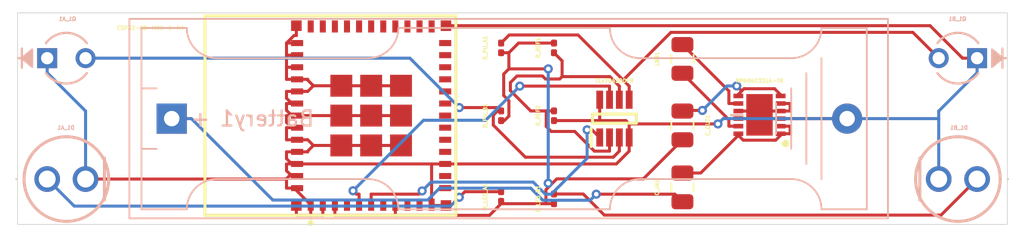
<source format=kicad_pcb>
(kicad_pcb (version 20240108) (generator "pcbnew") (generator_version "8.0")
  (layers (0 "F.Cu" signal) (31 "B.Cu" signal) (34 "B.Paste" user) (35 "F.Paste" user) (36 "B.SilkS" user "B.Silkscreen") (37 "F.SilkS" user "F.Silkscreen") (38 "B.Mask" user) (39 "F.Mask" user) (44 "Edge.Cuts" user))
  (net 0 "")
  (net 1 "Net-(Battery1-+)")
  (net 2 "Net-(Battery1--)")
  (net 3 "Net-(D1_A1-A)")
  (net 4 "Net-(D1_B1-A)")
  (net 5 "Net-(U1-AVIN)")
  (net 6 "Net-(U2-3V3)")
  (net 7 "Net-(U1-VFB)")
  (net 8 "Net-(U1-BULX)")
  (net 9 "Net-(U1-BOLX)")
  (net 10 "Net-(U3-INA+)")
  (net 11 "Net-(U3-INB+)")
  (net 12 "Net-(U3-INA-)")
  (net 32 "Net-(U2-IO3)")
  (net 34 "Net-(U2-IO2)")
  (footprint "Resistor_SMD:R_0201_0603Metric" (layer "F.Cu") (at 100.5 93.81 90)
    (property "Reference" "R_PU_B1" (at 0 -1.05 90) (layer "F.SilkS") (effects (font (size 0.25 0.25) (thickness 0.0625))))
    (property "Value" "10k ohm" (hide yes))
    (pad "1" smd roundrect (at -0.32 0 90) (size 0.46 0.4) (layers "F.Cu" "F.Mask") (net 6 "Net-(U2-3V3)"))
    (pad "2" smd roundrect (at 0.32 0 90) (size 0.46 0.4) (layers "F.Cu" "F.Mask") (net 10 "Net-(U3-INA+)"))
  )
  (footprint "Resistor_SMD:R_0201_0603Metric" (layer "F.Cu") (at 100.5 89.32 90)
    (property "Reference" "R_PU_A1" (at 0 -1.05 90) (layer "F.SilkS") (effects (font (size 0.25 0.25) (thickness 0.0625))))
    (property "Value" "10k ohm" (hide yes))
    (pad "1" smd roundrect (at -0.32 0 90) (size 0.46 0.4) (layers "F.Cu" "F.Mask") (net 6 "Net-(U2-3V3)"))
    (pad "2" smd roundrect (at 0.32 0 90) (size 0.46 0.4) (layers "F.Cu" "F.Mask") (net 11 "Net-(U3-INB+)"))
  )
  (footprint "Capacitor_SMD:C_0805_2012Metric" (layer "F.Cu") (at 112.5 90.05 90)
    (property "Reference" "LBB1" (at 0 -1.68 90) (layer "F.SilkS") (effects (font (size 0.25 0.25) (thickness 0.0625))))
    (property "Value" "2.2 uH" (hide yes))
    (fp_line (start -0.261252 -0.735) (end 0.261252 -0.735) (stroke (width 0.12)) (layer "F.SilkS"))
    (fp_line (start -0.261252 0.735) (end 0.261252 0.735) (stroke (width 0.12)) (layer "F.SilkS"))
    (pad "1" smd roundrect (at -0.95 0 90) (size 1 1.45) (layers "F.Cu" "F.Paste" "F.Mask") (net 8 "Net-(U1-BULX)"))
    (pad "2" smd roundrect (at 0.95 0 90) (size 1 1.45) (layers "F.Cu" "F.Paste" "F.Mask") (net 9 "Net-(U1-BOLX)"))
  )
  (footprint "Resistor_SMD:R_0201_0603Metric" (layer "F.Cu") (at 104 93.81 90)
    (property "Reference" "R_REF2" (at 0 -1.05 90) (layer "F.SilkS") (effects (font (size 0.25 0.25) (thickness 0.0625))))
    (property "Value" "100k ohm" (hide yes))
    (pad "1" smd roundrect (at -0.32 0 90) (size 0.46 0.4) (layers "F.Cu" "F.Mask") (net 2 "Net-(Battery1--)"))
    (pad "2" smd roundrect (at 0.32 0 90) (size 0.46 0.4) (layers "F.Cu" "F.Mask") (net 12 "Net-(U3-INA-)"))
  )
  (footprint "ESP32-C3-MINI-1-N4:ESP32C3MINI1N4" (layer "F.Cu") (at 91.9 93.8 90)
    (property "Reference" "U2" (hide yes))
    (property "Value" "ESP32-C3-MINI-1-N4" (at 5.8 -14.6 180) (layer "F.SilkS") (effects (font (size 0.25 0.25) (thickness 0.0625))))
    (fp_line (start 6.6 -11) (end 6.6 -5.7) (stroke (width 0.2)) (layer "F.SilkS"))
    (fp_line (start -6.6 -11) (end 6.6 -11) (stroke (width 0.2)) (layer "F.SilkS"))
    (fp_line (start -6.6 -5.7) (end -6.6 -11) (stroke (width 0.2)) (layer "F.SilkS"))
    (fp_line (start -6.6 -5.7) (end -6.6 5.6) (stroke (width 0.2)) (layer "F.SilkS"))
    (fp_line (start -7 -4) (end -7 -4) (stroke (width 0.2)) (layer "F.SilkS"))
    (fp_line (start -7.2 -4) (end -7.2 -4) (stroke (width 0.2)) (layer "F.SilkS"))
    (fp_line (start 6.6 5.6) (end 6.6 -5.7) (stroke (width 0.2)) (layer "F.SilkS"))
    (fp_line (start -6.6 5.6) (end 6.6 5.6) (stroke (width 0.2)) (layer "F.SilkS"))
    (fp_arc (start -7 -4) (mid -7.1 -3.9) (end -7.2 -4) (stroke (width 0.2)) (layer "F.SilkS"))
    (fp_arc (start -7.2 -4) (mid -7.1 -4.1) (end -7 -4) (stroke (width 0.2)) (layer "F.SilkS"))
    (pad "1" smd rect (at -5.9 -4 180) (size 0.4 0.8) (layers "F.Cu" "F.Paste" "F.Mask") (net 2 "Net-(Battery1--)"))
    (pad "2" smd rect (at -5.9 -3.2 180) (size 0.4 0.8) (layers "F.Cu" "F.Paste" "F.Mask") (net 2 "Net-(Battery1--)"))
    (pad "3" smd rect (at -5.9 -2.4 180) (size 0.4 0.8) (layers "F.Cu" "F.Paste" "F.Mask") (net 6 "Net-(U2-3V3)"))
    (pad "4" smd rect (at -5.9 -1.6 180) (size 0.4 0.8) (layers "F.Cu" "F.Paste" "F.Mask"))
    (pad "5" smd rect (at -5.9 -0.8 180) (size 0.4 0.8) (layers "F.Cu" "F.Paste" "F.Mask") (net 34 "Net-(U2-IO2)"))
    (pad "6" smd rect (at -5.9 0 180) (size 0.4 0.8) (layers "F.Cu" "F.Paste" "F.Mask") (net 32 "Net-(U2-IO3)"))
    (pad "7" smd rect (at -5.9 0.8 180) (size 0.4 0.8) (layers "F.Cu" "F.Paste" "F.Mask"))
    (pad "8" smd rect (at -5.9 1.6 180) (size 0.4 0.8) (layers "F.Cu" "F.Paste" "F.Mask") (net 6 "Net-(U2-3V3)"))
    (pad "9" smd rect (at -5.9 2.4 180) (size 0.4 0.8) (layers "F.Cu" "F.Paste" "F.Mask"))
    (pad "10" smd rect (at -5.9 3.2 180) (size 0.4 0.8) (layers "F.Cu" "F.Paste" "F.Mask"))
    (pad "11" smd rect (at -5.9 4 180) (size 0.4 0.8) (layers "F.Cu" "F.Paste" "F.Mask") (net 2 "Net-(Battery1--)"))
    (pad "12" smd rect (at -4.8 4.9 90) (size 0.4 0.8) (layers "F.Cu" "F.Paste" "F.Mask"))
    (pad "13" smd rect (at -4 4.9 90) (size 0.4 0.8) (layers "F.Cu" "F.Paste" "F.Mask"))
    (pad "14" smd rect (at -3.2 4.9 90) (size 0.4 0.8) (layers "F.Cu" "F.Paste" "F.Mask") (net 2 "Net-(Battery1--)"))
    (pad "15" smd rect (at -2.4 4.9 90) (size 0.4 0.8) (layers "F.Cu" "F.Paste" "F.Mask"))
    (pad "16" smd rect (at -1.6 4.9 90) (size 0.4 0.8) (layers "F.Cu" "F.Paste" "F.Mask"))
    (pad "17" smd rect (at -0.8 4.9 90) (size 0.4 0.8) (layers "F.Cu" "F.Paste" "F.Mask"))
    (pad "18" smd rect (at 0 4.9 90) (size 0.4 0.8) (layers "F.Cu" "F.Paste" "F.Mask"))
    (pad "19" smd rect (at 0.8 4.9 90) (size 0.4 0.8) (layers "F.Cu" "F.Paste" "F.Mask"))
    (pad "20" smd rect (at 1.6 4.9 90) (size 0.4 0.8) (layers "F.Cu" "F.Paste" "F.Mask"))
    (pad "21" smd rect (at 2.4 4.9 90) (size 0.4 0.8) (layers "F.Cu" "F.Paste" "F.Mask"))
    (pad "22" smd rect (at 3.2 4.9 90) (size 0.4 0.8) (layers "F.Cu" "F.Paste" "F.Mask"))
    (pad "23" smd rect (at 4 4.9 90) (size 0.4 0.8) (layers "F.Cu" "F.Paste" "F.Mask"))
    (pad "24" smd rect (at 4.8 4.9 90) (size 0.4 0.8) (layers "F.Cu" "F.Paste" "F.Mask"))
    (pad "25" smd rect (at 5.9 4 180) (size 0.4 0.8) (layers "F.Cu" "F.Paste" "F.Mask"))
    (pad "26" smd rect (at 5.9 3.2 180) (size 0.4 0.8) (layers "F.Cu" "F.Paste" "F.Mask"))
    (pad "27" smd rect (at 5.9 2.4 180) (size 0.4 0.8) (layers "F.Cu" "F.Paste" "F.Mask"))
    (pad "28" smd rect (at 5.9 1.6 180) (size 0.4 0.8) (layers "F.Cu" "F.Paste" "F.Mask"))
    (pad "29" smd rect (at 5.9 0.8 180) (size 0.4 0.8) (layers "F.Cu" "F.Paste" "F.Mask"))
    (pad "30" smd rect (at 5.9 0 180) (size 0.4 0.8) (layers "F.Cu" "F.Paste" "F.Mask"))
    (pad "31" smd rect (at 5.9 -0.8 180) (size 0.4 0.8) (layers "F.Cu" "F.Paste" "F.Mask"))
    (pad "32" smd rect (at 5.9 -1.6 180) (size 0.4 0.8) (layers "F.Cu" "F.Paste" "F.Mask"))
    (pad "33" smd rect (at 5.9 -2.4 180) (size 0.4 0.8) (layers "F.Cu" "F.Paste" "F.Mask"))
    (pad "34" smd rect (at 5.9 -3.2 180) (size 0.4 0.8) (layers "F.Cu" "F.Paste" "F.Mask"))
    (pad "35" smd rect (at 5.9 -4 180) (size 0.4 0.8) (layers "F.Cu" "F.Paste" "F.Mask"))
    (pad "36" smd rect (at 4.8 -4.9 90) (size 0.4 0.8) (layers "F.Cu" "F.Paste" "F.Mask") (net 2 "Net-(Battery1--)"))
    (pad "37" smd rect (at 4 -4.9 90) (size 0.4 0.8) (layers "F.Cu" "F.Paste" "F.Mask") (net 2 "Net-(Battery1--)"))
    (pad "38" smd rect (at 3.2 -4.9 90) (size 0.4 0.8) (layers "F.Cu" "F.Paste" "F.Mask") (net 2 "Net-(Battery1--)"))
    (pad "39" smd rect (at 2.4 -4.9 90) (size 0.4 0.8) (layers "F.Cu" "F.Paste" "F.Mask") (net 2 "Net-(Battery1--)"))
    (pad "40" smd rect (at 1.6 -4.9 90) (size 0.4 0.8) (layers "F.Cu" "F.Paste" "F.Mask") (net 2 "Net-(Battery1--)"))
    (pad "41" smd rect (at 0.8 -4.9 90) (size 0.4 0.8) (layers "F.Cu" "F.Paste" "F.Mask") (net 2 "Net-(Battery1--)"))
    (pad "42" smd rect (at 0 -4.9 90) (size 0.4 0.8) (layers "F.Cu" "F.Paste" "F.Mask") (net 2 "Net-(Battery1--)"))
    (pad "43" smd rect (at -0.8 -4.9 90) (size 0.4 0.8) (layers "F.Cu" "F.Paste" "F.Mask") (net 2 "Net-(Battery1--)"))
    (pad "44" smd rect (at -1.6 -4.9 90) (size 0.4 0.8) (layers "F.Cu" "F.Paste" "F.Mask") (net 2 "Net-(Battery1--)"))
    (pad "45" smd rect (at -2.4 -4.9 90) (size 0.4 0.8) (layers "F.Cu" "F.Paste" "F.Mask") (net 2 "Net-(Battery1--)"))
    (pad "46" smd rect (at -3.2 -4.9 90) (size 0.4 0.8) (layers "F.Cu" "F.Paste" "F.Mask") (net 2 "Net-(Battery1--)"))
    (pad "47" smd rect (at -4 -4.9 90) (size 0.4 0.8) (layers "F.Cu" "F.Paste" "F.Mask") (net 2 "Net-(Battery1--)"))
    (pad "48" smd rect (at -4.8 -4.9 90) (size 0.4 0.8) (layers "F.Cu" "F.Paste" "F.Mask") (net 2 "Net-(Battery1--)"))
    (pad "49" smd rect (at 0 0 90) (size 1.45 1.45) (layers "F.Cu" "F.Paste" "F.Mask") (net 2 "Net-(Battery1--)"))
    (pad "50" smd rect (at 1.975 -1.975 90) (size 1.45 1.45) (layers "F.Cu" "F.Paste" "F.Mask") (net 2 "Net-(Battery1--)"))
    (pad "51" smd rect (at 0 -1.975 90) (size 1.45 1.45) (layers "F.Cu" "F.Paste" "F.Mask") (net 2 "Net-(Battery1--)"))
    (pad "52" smd rect (at -1.975 -1.975 90) (size 1.45 1.45) (layers "F.Cu" "F.Paste" "F.Mask") (net 2 "Net-(Battery1--)"))
    (pad "53" smd rect (at -1.975 0 90) (size 1.45 1.45) (layers "F.Cu" "F.Paste" "F.Mask") (net 2 "Net-(Battery1--)"))
    (pad "54" smd rect (at -1.975 1.975 90) (size 1.45 1.45) (layers "F.Cu" "F.Paste" "F.Mask") (net 2 "Net-(Battery1--)"))
    (pad "55" smd rect (at 0 1.975 90) (size 1.45 1.45) (layers "F.Cu" "F.Paste" "F.Mask") (net 2 "Net-(Battery1--)"))
    (pad "56" smd rect (at 1.975 1.975 90) (size 1.45 1.45) (layers "F.Cu" "F.Paste" "F.Mask") (net 2 "Net-(Battery1--)"))
    (pad "57" smd rect (at 1.975 0 90) (size 1.45 1.45) (layers "F.Cu" "F.Paste" "F.Mask") (net 2 "Net-(Battery1--)"))
    (pad "58" smd rect (at -5.95 -4.95 90) (size 0.7 0.7) (layers "F.Cu" "F.Paste" "F.Mask") (net 2 "Net-(Battery1--)"))
    (pad "59" smd rect (at -5.95 4.95 90) (size 0.7 0.7) (layers "F.Cu" "F.Paste" "F.Mask") (net 2 "Net-(Battery1--)"))
    (pad "60" smd rect (at 5.95 4.95 90) (size 0.7 0.7) (layers "F.Cu" "F.Paste" "F.Mask") (net 2 "Net-(Battery1--)"))
    (pad "61" smd rect (at 5.95 -4.95 90) (size 0.7 0.7) (layers "F.Cu" "F.Paste" "F.Mask") (net 2 "Net-(Battery1--)"))
  )
  (footprint "RP604K331A-TR:SON50P270X300X60-13N" (layer "F.Cu") (at 117.6 93.75 180)
    (property "Reference" "U1" (hide yes))
    (property "Value" "RP604K331A-TR" (at 0 2.25 0) (layer "F.SilkS") (effects (font (size 0.25 0.25) (thickness 0.0625))))
    (fp_circle (center -1.725 -1.9) (end -1.725 -1.775) (stroke (width 0.25)) (fill none) (layer "F.SilkS"))
    (pad "1" smd rect (at -1.4 -1.25 270) (size 0.3 0.65) (layers "F.Cu" "F.Paste" "F.Mask") (net 5 "Net-(U1-AVIN)"))
    (pad "2" smd rect (at -1.4 -0.75 270) (size 0.3 0.65) (layers "F.Cu" "F.Paste" "F.Mask") (net 5 "Net-(U1-AVIN)"))
    (pad "3" smd rect (at -1.4 -0.25 270) (size 0.3 0.65) (layers "F.Cu" "F.Paste" "F.Mask") (net 2 "Net-(Battery1--)"))
    (pad "4" smd rect (at -1.4 0.25 270) (size 0.3 0.65) (layers "F.Cu" "F.Paste" "F.Mask") (net 2 "Net-(Battery1--)"))
    (pad "5" smd rect (at -1.4 0.75 270) (size 0.3 0.65) (layers "F.Cu" "F.Paste" "F.Mask") (net 2 "Net-(Battery1--)"))
    (pad "6" smd rect (at -1.4 1.25 270) (size 0.3 0.65) (layers "F.Cu" "F.Paste" "F.Mask") (net 7 "Net-(U1-VFB)"))
    (pad "7" smd rect (at 1.4 1.25 270) (size 0.3 0.65) (layers "F.Cu" "F.Paste" "F.Mask") (net 7 "Net-(U1-VFB)"))
    (pad "8" smd rect (at 1.4 0.75 270) (size 0.3 0.65) (layers "F.Cu" "F.Paste" "F.Mask") (net 9 "Net-(U1-BOLX)"))
    (pad "9" smd rect (at 1.4 0.25 270) (size 0.3 0.65) (layers "F.Cu" "F.Paste" "F.Mask") (net 2 "Net-(Battery1--)"))
    (pad "10" smd rect (at 1.4 -0.25 270) (size 0.3 0.65) (layers "F.Cu" "F.Paste" "F.Mask") (net 2 "Net-(Battery1--)"))
    (pad "11" smd rect (at 1.4 -0.75 270) (size 0.3 0.65) (layers "F.Cu" "F.Paste" "F.Mask") (net 8 "Net-(U1-BULX)"))
    (pad "12" smd rect (at 1.4 -1.25 270) (size 0.3 0.65) (layers "F.Cu" "F.Paste" "F.Mask") (net 5 "Net-(U1-AVIN)"))
    (pad "13" smd rect (at 0 0 180) (size 1.75 2.75) (layers "F.Cu" "F.Paste" "F.Mask") (net 2 "Net-(Battery1--)"))
  )
  (footprint "Resistor_SMD:R_0201_0603Metric" (layer "F.Cu") (at 104 89.32 90)
    (property "Reference" "R_REF1" (at 0 -1.05 90) (layer "F.SilkS") (effects (font (size 0.25 0.25) (thickness 0.0625))))
    (property "Value" "100k ohm" (hide yes))
    (pad "1" smd roundrect (at -0.32 0 90) (size 0.46 0.4) (layers "F.Cu" "F.Mask") (net 12 "Net-(U3-INA-)"))
    (pad "2" smd roundrect (at 0.32 0 90) (size 0.46 0.4) (layers "F.Cu" "F.Mask") (net 6 "Net-(U2-3V3)"))
  )
  (footprint "Capacitor_SMD:C_0805_2012Metric" (layer "F.Cu") (at 112.5 94.45 -90)
    (property "Reference" "C_OUT1" (at 0 -1.68 90) (layer "F.SilkS") (effects (font (size 0.25 0.25) (thickness 0.0625))))
    (property "Value" "10 uF" (hide yes))
    (fp_line (start -0.261252 0.735) (end 0.261252 0.735) (stroke (width 0.12)) (layer "F.SilkS"))
    (fp_line (start -0.261252 -0.735) (end 0.261252 -0.735) (stroke (width 0.12)) (layer "F.SilkS"))
    (pad "1" smd roundrect (at -0.95 0 270) (size 1 1.45) (layers "F.Cu" "F.Paste" "F.Mask") (net 7 "Net-(U1-VFB)"))
    (pad "2" smd roundrect (at 0.95 0 270) (size 1 1.45) (layers "F.Cu" "F.Paste" "F.Mask") (net 6 "Net-(U2-3V3)"))
  )
  (footprint "TLV7042DDFR:SOT65P280X110-8N" (layer "F.Cu") (at 108 94 90)
    (property "Reference" "U3" (hide yes))
    (property "Value" "TLV7042DDFR" (at 2.5 0 180) (layer "F.SilkS") (effects (font (size 0.25 0.25) (thickness 0.0625))))
    (fp_line (start -1.85 -1.55) (end -0.65 -1.55) (stroke (width 0.2)) (layer "F.SilkS"))
    (fp_line (start 0.3 -1.45) (end 0.3 1.45) (stroke (width 0.2)) (layer "F.SilkS"))
    (fp_line (start -0.3 -1.45) (end 0.3 -1.45) (stroke (width 0.2)) (layer "F.SilkS"))
    (fp_line (start 0.3 1.45) (end -0.3 1.45) (stroke (width 0.2)) (layer "F.SilkS"))
    (fp_line (start -0.3 1.45) (end -0.3 -1.45) (stroke (width 0.2)) (layer "F.SilkS"))
    (pad "1" smd rect (at -1.25 -0.975 180) (size 0.45 1.2) (layers "F.Cu" "F.Paste" "F.Mask") (net 32 "Net-(U2-IO3)"))
    (pad "2" smd rect (at -1.25 -0.325 180) (size 0.45 1.2) (layers "F.Cu" "F.Paste" "F.Mask") (net 12 "Net-(U3-INA-)"))
    (pad "3" smd rect (at -1.25 0.325 180) (size 0.45 1.2) (layers "F.Cu" "F.Paste" "F.Mask") (net 10 "Net-(U3-INA+)"))
    (pad "4" smd rect (at -1.25 0.975 180) (size 0.45 1.2) (layers "F.Cu" "F.Paste" "F.Mask") (net 2 "Net-(Battery1--)"))
    (pad "5" smd rect (at 1.25 0.975 180) (size 0.45 1.2) (layers "F.Cu" "F.Paste" "F.Mask") (net 11 "Net-(U3-INB+)"))
    (pad "6" smd rect (at 1.25 0.325 180) (size 0.45 1.2) (layers "F.Cu" "F.Paste" "F.Mask") (net 12 "Net-(U3-INA-)"))
    (pad "7" smd rect (at 1.25 -0.325 180) (size 0.45 1.2) (layers "F.Cu" "F.Paste" "F.Mask") (net 34 "Net-(U2-IO2)"))
    (pad "8" smd rect (at 1.25 -0.975 180) (size 0.45 1.2) (layers "F.Cu" "F.Paste" "F.Mask") (net 2 "Net-(Battery1--)"))
  )
  (footprint "Resistor_SMD:R_0201_0603Metric" (layer "F.Cu") (at 104 99.31 90)
    (property "Reference" "R_LED_B1" (at 0 -1.05 90) (layer "F.SilkS") (effects (font (size 0.25 0.25) (thickness 0.0625))))
    (property "Value" "330 ohm" (hide yes))
    (pad "1" smd roundrect (at -0.32 0 90) (size 0.46 0.4) (layers "F.Cu" "F.Mask") (net 6 "Net-(U2-3V3)"))
    (pad "2" smd roundrect (at 0.32 0 90) (size 0.46 0.4) (layers "F.Cu" "F.Mask") (net 4 "Net-(D1_B1-A)"))
  )
  (footprint "Capacitor_SMD:C_0805_2012Metric" (layer "F.Cu") (at 112.5 98.55 90)
    (property "Reference" "C_IN1" (at 0 -1.68 90) (layer "F.SilkS") (effects (font (size 0.25 0.25) (thickness 0.0625))))
    (property "Value" "10 uF" (hide yes))
    (fp_line (start -0.261252 -0.735) (end 0.261252 -0.735) (stroke (width 0.12)) (layer "F.SilkS"))
    (fp_line (start -0.261252 0.735) (end 0.261252 0.735) (stroke (width 0.12)) (layer "F.SilkS"))
    (pad "1" smd roundrect (at -0.95 0 90) (size 1 1.45) (layers "F.Cu" "F.Paste" "F.Mask") (net 1 "Net-(Battery1-+)"))
    (pad "2" smd roundrect (at 0.95 0 90) (size 1 1.45) (layers "F.Cu" "F.Paste" "F.Mask") (net 5 "Net-(U1-AVIN)"))
  )
  (footprint "Resistor_SMD:R_0201_0603Metric" (layer "F.Cu") (at 100.5 99.155 90)
    (property "Reference" "R_LED_A1" (at 0 -1.05 90) (layer "F.SilkS") (effects (font (size 0.25 0.25) (thickness 0.0625))))
    (property "Value" "330 ohm" (hide yes))
    (pad "1" smd roundrect (at -0.32 0 90) (size 0.46 0.4) (layers "F.Cu" "F.Mask") (net 6 "Net-(U2-3V3)"))
    (pad "2" smd roundrect (at 0.32 0 90) (size 0.46 0.4) (layers "F.Cu" "F.Mask") (net 3 "Net-(D1_A1-A)"))
  )
  (footprint "TEPT4400:LED_TEPT4400_VIS" (layer "B.Cu") (at 70.46 90)
    (property "Reference" "Q1_A1" (at 1.34 -2.6 0) (layer "B.SilkS") (effects (font (size 0.25 0.25) (thickness 0.0625)) (justify mirror)))
    (property "Value" "TEPT4400" (hide yes))
    (fp_line (start -1.9304 0) (end -0.99314 0) (stroke (width 0.1524)) (layer "B.SilkS"))
    (fp_line (start -1.6764 -0.635) (end -1.6764 0.635) (stroke (width 0.1524)) (layer "B.SilkS"))
    (fp_line (start -0.99314 -0.569383) (end -1.6764 0) (stroke (width 0.1524)) (layer "B.SilkS"))
    (fp_line (start -0.99314 -0.455507) (end -1.6764 0) (stroke (width 0.1524)) (layer "B.SilkS"))
    (fp_line (start -0.99314 -0.34163) (end -1.6764 0) (stroke (width 0.1524)) (layer "B.SilkS"))
    (fp_line (start -0.99314 -0.227753) (end -1.6764 0) (stroke (width 0.1524)) (layer "B.SilkS"))
    (fp_line (start -0.99314 -0.113877) (end -1.6764 0) (stroke (width 0.1524)) (layer "B.SilkS"))
    (fp_line (start -0.99314 0.113877) (end -1.6764 0) (stroke (width 0.1524)) (layer "B.SilkS"))
    (fp_line (start -0.99314 0.227753) (end -1.6764 0) (stroke (width 0.1524)) (layer "B.SilkS"))
    (fp_line (start -0.99314 0.34163) (end -1.6764 0) (stroke (width 0.1524)) (layer "B.SilkS"))
    (fp_line (start -0.99314 0.455507) (end -1.6764 0) (stroke (width 0.1524)) (layer "B.SilkS"))
    (fp_line (start -0.99314 0.569383) (end -1.6764 0) (stroke (width 0.1524)) (layer "B.SilkS"))
    (fp_arc (start -0.080552 -0.993139) (mid 1.272159 -1.676398) (end 2.623106 -0.989657) (stroke (width 0.1524)) (layer "B.SilkS"))
    (fp_arc (start 2.623106 0.989657) (mid 1.27216 1.676399) (end -0.080552 0.99314) (stroke (width 0.1524)) (layer "B.SilkS"))
    (pad "1" thru_hole rect (at 0 0) (size 1.3208 1.3208) (drill 0.8128) (layers "*.Cu" "*.Mask") (net 2 "Net-(Battery1--)"))
    (pad "2" thru_hole circle (at 2.54 0) (size 1.3208 1.3208) (drill 0.8128) (layers "*.Cu" "*.Mask") (net 10 "Net-(U3-INA+)"))
  )
  (footprint "Battery:BatteryHolder_Keystone_2466_1xAAA" (layer "B.Cu") (at 78.7 94)
    (property "Reference" "Battery1" (at 6.3 0 0) (layer "B.SilkS") (effects (justify mirror)))
    (property "Value" "3.7 V nominal, 350 mAh" (hide yes))
    (fp_line (start -2.8 -6.6) (end -2.8 6.6) (stroke (width 0.12)) (layer "B.SilkS"))
    (fp_line (start -2.8 6.6) (end 47.4 6.6) (stroke (width 0.12)) (layer "B.SilkS"))
    (fp_line (start -2 -6) (end -2 6) (stroke (width 0.12)) (layer "B.SilkS"))
    (fp_line (start -2 -2) (end -1 -2) (stroke (width 0.12)) (layer "B.SilkS"))
    (fp_line (start -1 2) (end -2 2) (stroke (width 0.12)) (layer "B.SilkS"))
    (fp_line (start 1 -6) (end -2 -6) (stroke (width 0.12)) (layer "B.SilkS"))
    (fp_line (start 1 6) (end -2 6) (stroke (width 0.12)) (layer "B.SilkS"))
    (fp_line (start 13 -4) (end 3 -4) (stroke (width 0.12)) (layer "B.SilkS"))
    (fp_line (start 13 4) (end 3 4) (stroke (width 0.12)) (layer "B.SilkS"))
    (fp_line (start 15 6) (end 29 6) (stroke (width 0.12)) (layer "B.SilkS"))
    (fp_line (start 29 -6) (end 15 -6) (stroke (width 0.12)) (layer "B.SilkS"))
    (fp_line (start 31 -4) (end 41 -4) (stroke (width 0.12)) (layer "B.SilkS"))
    (fp_line (start 31 4) (end 41 4) (stroke (width 0.12)) (layer "B.SilkS"))
    (fp_line (start 40 -1) (end 40 1) (stroke (width 0.12)) (layer "B.SilkS"))
    (fp_line (start 41 -2) (end 41 2) (stroke (width 0.12)) (layer "B.SilkS"))
    (fp_line (start 42 3) (end 42 -3) (stroke (width 0.12)) (layer "B.SilkS"))
    (fp_line (start 43 -6) (end 46 -6) (stroke (width 0.12)) (layer "B.SilkS"))
    (fp_line (start 43 -4) (end 43 4) (stroke (width 0.12)) (layer "B.SilkS"))
    (fp_line (start 43 6) (end 46 6) (stroke (width 0.12)) (layer "B.SilkS"))
    (fp_line (start 46 -6) (end 46 6) (stroke (width 0.12)) (layer "B.SilkS"))
    (fp_line (start 47.4 -6.6) (end -2.8 -6.6) (stroke (width 0.12)) (layer "B.SilkS"))
    (fp_line (start 47.4 6.6) (end 47.4 -6.6) (stroke (width 0.12)) (layer "B.SilkS"))
    (fp_arc (start 1 6) (mid 1.585786 4.585786) (end 3 4) (stroke (width 0.12)) (layer "B.SilkS"))
    (fp_arc (start 3 -4) (mid 1.585786 -4.585786) (end 1 -6) (stroke (width 0.12)) (layer "B.SilkS"))
    (fp_arc (start 13 4) (mid 14.414214 4.585786) (end 15 6) (stroke (width 0.12)) (layer "B.SilkS"))
    (fp_arc (start 15 -6) (mid 14.414214 -4.585786) (end 13 -4) (stroke (width 0.12)) (layer "B.SilkS"))
    (fp_arc (start 29 6) (mid 29.585786 4.585786) (end 31 4) (stroke (width 0.12)) (layer "B.SilkS"))
    (fp_arc (start 31 -4) (mid 29.585786 -4.585786) (end 29 -6) (stroke (width 0.12)) (layer "B.SilkS"))
    (fp_arc (start 41 4) (mid 42.414214 4.585786) (end 43 6) (stroke (width 0.12)) (layer "B.SilkS"))
    (fp_arc (start 43 -6) (mid 42.414214 -4.585786) (end 41 -4) (stroke (width 0.12)) (layer "B.SilkS"))
    (fp_text user "+" (at 1.9 0 0) (layer "B.SilkS") (effects (justify mirror)))
    (fp_text user "-" (at 37.4 -0.3 0) (layer "B.SilkS") (effects (justify mirror)))
    (pad "1" thru_hole rect (at 0 0) (size 2 2) (drill 1.02) (layers "*.Cu" "*.Mask") (net 1 "Net-(Battery1-+)"))
    (pad "2" thru_hole circle (at 44.7 0) (size 2 2) (drill 1.02) (layers "*.Cu" "*.Mask") (net 2 "Net-(Battery1--)"))
  )
  (footprint "TSAL6200:TSAL6200" (layer "B.Cu") (at 71.73 98)
    (property "Reference" "D1_A1" (at -0.03 -3.4 0) (layer "B.SilkS") (effects (font (size 0.25 0.25) (thickness 0.0625)) (justify mirror)))
    (property "Value" "TSAL6200" (hide yes))
    (fp_line (start -3.343 0.003) (end -3.343 0.003) (stroke (width 0.058)) (layer "B.SilkS"))
    (fp_line (start -3.285 0.003) (end -3.285 0.003) (stroke (width 0.058)) (layer "B.SilkS"))
    (fp_line (start -2.8 0) (end -2.8 0) (stroke (width 0.2)) (layer "B.SilkS"))
    (fp_line (start 2.518 -1.4) (end 2.518 1.4) (stroke (width 0.2)) (layer "B.SilkS"))
    (fp_line (start 2.8 0) (end 2.8 0) (stroke (width 0.2)) (layer "B.SilkS"))
    (fp_arc (start -3.343 0.003) (mid -3.314 -0.026) (end -3.285 0.003) (stroke (width 0.058)) (layer "B.SilkS"))
    (fp_arc (start -3.285 0.003) (mid -3.314 0.032) (end -3.343 0.003) (stroke (width 0.058)) (layer "B.SilkS"))
    (fp_arc (start -2.8 0) (mid 0 -2.8) (end 2.8 0) (stroke (width 0.2)) (layer "B.SilkS"))
    (fp_arc (start 2.8 0) (mid 0 2.8) (end -2.8 0) (stroke (width 0.2)) (layer "B.SilkS"))
    (pad "1" thru_hole circle (at -1.27 0) (size 1.7 1.7) (drill 1.12) (layers "*.Cu" "*.Mask") (net 3 "Net-(D1_A1-A)"))
    (pad "2" thru_hole circle (at 1.27 0) (size 1.7 1.7) (drill 1.12) (layers "*.Cu" "*.Mask") (net 2 "Net-(Battery1--)"))
  )
  (footprint "TSAL6200:TSAL6200" (layer "B.Cu") (at 130.73 98 180)
    (property "Reference" "D1_B1" (at -0.07 3.4 0) (layer "B.SilkS") (effects (font (size 0.25 0.25) (thickness 0.0625)) (justify mirror)))
    (property "Value" "TSAL6200" (hide yes))
    (fp_line (start 2.8 0) (end 2.8 0) (stroke (width 0.2)) (layer "B.SilkS"))
    (fp_line (start 2.518 -1.4) (end 2.518 1.4) (stroke (width 0.2)) (layer "B.SilkS"))
    (fp_line (start -2.8 0) (end -2.8 0) (stroke (width 0.2)) (layer "B.SilkS"))
    (fp_line (start -3.285 0.003) (end -3.285 0.003) (stroke (width 0.058)) (layer "B.SilkS"))
    (fp_line (start -3.343 0.003) (end -3.343 0.003) (stroke (width 0.058)) (layer "B.SilkS"))
    (fp_arc (start 2.8 0) (mid 0 2.8) (end -2.8 0) (stroke (width 0.2)) (layer "B.SilkS"))
    (fp_arc (start -2.8 0) (mid 0 -2.8) (end 2.8 0) (stroke (width 0.2)) (layer "B.SilkS"))
    (fp_arc (start -3.285 0.003) (mid -3.314 0.032) (end -3.343 0.003) (stroke (width 0.058)) (layer "B.SilkS"))
    (fp_arc (start -3.343 0.003) (mid -3.314 -0.026) (end -3.285 0.003) (stroke (width 0.058)) (layer "B.SilkS"))
    (pad "1" thru_hole circle (at -1.27 0 180) (size 1.7 1.7) (drill 1.12) (layers "*.Cu" "*.Mask") (net 4 "Net-(D1_B1-A)"))
    (pad "2" thru_hole circle (at 1.27 0 180) (size 1.7 1.7) (drill 1.12) (layers "*.Cu" "*.Mask") (net 2 "Net-(Battery1--)"))
  )
  (footprint "TEPT4400:LED_TEPT4400_VIS" (layer "B.Cu") (at 132 90 180)
    (property "Reference" "Q1_B1" (at 1.3 2.6 0) (layer "B.SilkS") (effects (font (size 0.25 0.25) (thickness 0.0625)) (justify mirror)))
    (property "Value" "TEPT4400" (hide yes))
    (fp_line (start -0.99314 0.569383) (end -1.6764 0) (stroke (width 0.1524)) (layer "B.SilkS"))
    (fp_line (start -0.99314 0.455507) (end -1.6764 0) (stroke (width 0.1524)) (layer "B.SilkS"))
    (fp_line (start -0.99314 0.34163) (end -1.6764 0) (stroke (width 0.1524)) (layer "B.SilkS"))
    (fp_line (start -0.99314 0.227753) (end -1.6764 0) (stroke (width 0.1524)) (layer "B.SilkS"))
    (fp_line (start -0.99314 0.113877) (end -1.6764 0) (stroke (width 0.1524)) (layer "B.SilkS"))
    (fp_line (start -0.99314 -0.113877) (end -1.6764 0) (stroke (width 0.1524)) (layer "B.SilkS"))
    (fp_line (start -0.99314 -0.227753) (end -1.6764 0) (stroke (width 0.1524)) (layer "B.SilkS"))
    (fp_line (start -0.99314 -0.34163) (end -1.6764 0) (stroke (width 0.1524)) (layer "B.SilkS"))
    (fp_line (start -0.99314 -0.455507) (end -1.6764 0) (stroke (width 0.1524)) (layer "B.SilkS"))
    (fp_line (start -0.99314 -0.569383) (end -1.6764 0) (stroke (width 0.1524)) (layer "B.SilkS"))
    (fp_line (start -1.6764 -0.635) (end -1.6764 0.635) (stroke (width 0.1524)) (layer "B.SilkS"))
    (fp_line (start -1.9304 0) (end -0.99314 0) (stroke (width 0.1524)) (layer "B.SilkS"))
    (fp_arc (start 2.623106 0.989657) (mid 1.27216 1.676399) (end -0.080552 0.99314) (stroke (width 0.1524)) (layer "B.SilkS"))
    (fp_arc (start -0.080552 -0.993139) (mid 1.272159 -1.676398) (end 2.623106 -0.989657) (stroke (width 0.1524)) (layer "B.SilkS"))
    (pad "1" thru_hole rect (at 0 0 180) (size 1.3208 1.3208) (drill 0.8128) (layers "*.Cu" "*.Mask") (net 2 "Net-(Battery1--)"))
    (pad "2" thru_hole circle (at 2.54 0 180) (size 1.3208 1.3208) (drill 0.8128) (layers "*.Cu" "*.Mask") (net 11 "Net-(U3-INB+)"))
  )
  (gr_rect (start 68.5 87) (end 134 101) (stroke (width 0.05)) (fill none) (layer "Edge.Cuts"))
  (segment (start 112.0007 99.0007) (end 112.5 99.5) (width 0.2) (layer "F.Cu") (net 1))
  (segment (start 106.7975 99.0007) (end 112.0007 99.0007) (width 0.2) (layer "F.Cu") (net 1))
  (via (at 106.7975 99.0007) (size 0.6) (drill 0.3) (layers "F.Cu" "B.Cu") (net 1))
  (segment (start 96.4261 98.6027) (end 102.4586 98.6027) (width 0.2) (layer "B.Cu") (net 1))
  (segment (start 106.3958 99.4024) (end 106.7975 99.0007) (width 0.2) (layer "B.Cu") (net 1))
  (segment (start 85.3897 99.388) (end 95.6408 99.388) (width 0.2) (layer "B.Cu") (net 1))
  (segment (start 95.6408 99.388) (end 96.4261 98.6027) (width 0.2) (layer "B.Cu") (net 1))
  (segment (start 78.7 94) (end 80.0017 94) (width 0.2) (layer "B.Cu") (net 1))
  (segment (start 80.0017 94) (end 85.3897 99.388) (width 0.2) (layer "B.Cu") (net 1))
  (segment (start 102.4586 98.6027) (end 103.2583 99.4024) (width 0.2) (layer "B.Cu") (net 1))
  (segment (start 103.2583 99.4024) (end 106.3958 99.4024) (width 0.2) (layer "B.Cu") (net 1))
  (segment (start 86.95 99.75) (end 86.95 100.4017) (width 0.2) (layer "F.Cu") (net 2))
  (segment (start 91.9 93.8) (end 89.925 93.8) (width 0.2) (layer "F.Cu") (net 2))
  (segment (start 117.6 94) (end 119 94) (width 0.2) (layer "F.Cu") (net 2))
  (segment (start 86.7966 88.5017) (end 86.2983 89) (width 0.2) (layer "F.Cu") (net 2))
  (segment (start 87 93) (end 86.6492 93) (width 0.2) (layer "F.Cu") (net 2))
  (segment (start 116.7259 94) (end 117.6 94) (width 0.2) (layer "F.Cu") (net 2))
  (segment (start 119.3134 93.5) (end 119.6267 93.5) (width 0.2) (layer "F.Cu") (net 2))
  (segment (start 87.7017 96.15) (end 88.0767 95.775) (width 0.2) (layer "F.Cu") (net 2))
  (segment (start 86.2983 97.4491) (end 86.2983 97) (width 0.2) (layer "F.Cu") (net 2))
  (segment (start 86.6492 94.6) (end 86.2983 94.2491) (width 0.2) (layer "F.Cu") (net 2))
  (segment (start 86.6492 97.8) (end 86.4738 97.8) (width 0.2) (layer "F.Cu") (net 2))
  (segment (start 86.2983 95.4) (end 86.2983 94.6) (width 0.2) (layer "F.Cu") (net 2))
  (segment (start 107.025 92.75) (end 107.025 93.6517) (width 0.2) (layer "F.Cu") (net 2))
  (segment (start 86.2983 96.6491) (end 86.2983 96.2) (width 0.2) (layer "F.Cu") (net 2))
  (segment (start 86.6492 93) (end 86.2983 93) (width 0.2) (layer "F.Cu") (net 2))
  (segment (start 119.3134 93.5) (end 119 93.5) (width 0.2) (layer "F.Cu") (net 2))
  (segment (start 108.975 95.25) (end 108.975 96.1517) (width 0.2) (layer "F.Cu") (net 2))
  (segment (start 87 89.8) (end 86.2983 89.8) (width 0.2) (layer "F.Cu") (net 2))
  (segment (start 86.6492 97.8) (end 86.2983 97.4491) (width 0.2) (layer "F.Cu") (net 2))
  (segment (start 87 96.2) (end 87.7017 96.2) (width 0.2) (layer "F.Cu") (net 2))
  (segment (start 88.7 99.7) (end 88.7 100.4017) (width 0.2) (layer "F.Cu") (net 2))
  (segment (start 86.6492 98.6) (end 86.8 98.6) (width 0.2) (layer "F.Cu") (net 2))
  (segment (start 86.6492 96.2) (end 86.2983 96.2) (width 0.2) (layer "F.Cu") (net 2))
  (segment (start 86.2983 89.8) (end 86.2983 89) (width 0.2) (layer "F.Cu") (net 2))
  (segment (start 87 93.8) (end 86.6492 93.8) (width 0.2) (layer "F.Cu") (net 2))
  (segment (start 89.925 93.8) (end 87 93.8) (width 0.2) (layer "F.Cu") (net 2))
  (segment (start 119 93) (end 119.6267 93) (width 0.2) (layer "F.Cu") (net 2))
  (segment (start 96.85 87.85) (end 128.8879 87.85) (width 0.2) (layer "F.Cu") (net 2))
  (segment (start 93.875 91.825) (end 91.9 91.825) (width 0.2) (layer "F.Cu") (net 2))
  (segment (start 86.6492 97) (end 86.2983 96.6491) (width 0.2) (layer "F.Cu") (net 2))
  (segment (start 87.7017 91.45) (end 87.7017 91.4) (width 0.2) (layer "F.Cu") (net 2))
  (segment (start 95.95 99.75) (end 95.9 99.7) (width 0.2) (layer "F.Cu") (net 2))
  (segment (start 107.025 94.13) (end 107.025 93.6517) (width 0.2) (layer "F.Cu") (net 2))
  (segment (start 87 90.6) (end 86.2983 90.6) (width 0.2) (layer "F.Cu") (net 2))
  (segment (start 107.025 94.13) (end 108.7567 94.13) (width 0.2) (layer "F.Cu") (net 2))
  (segment (start 104 94.13) (end 107.025 94.13) (width 0.2) (layer "F.Cu") (net 2))
  (segment (start 108.975 94.3498) (end 114.8474 94.3498) (width 0.2) (layer "F.Cu") (net 2))
  (segment (start 116.463 94) (end 116.7259 94) (width 0.2) (layer "F.Cu") (net 2))
  (segment (start 123.4 94) (end 119 94) (width 0.2) (layer "F.Cu") (net 2))
  (segment (start 117.6 93.75) (end 117.6 94) (width 0.2) (layer "F.Cu") (net 2))
  (segment (start 93.875 95.775) (end 91.9 95.775) (width 0.2) (layer "F.Cu") (net 2))
  (segment (start 86.6492 98.6) (end 86.2983 98.6) (width 0.2) (layer "F.Cu") (net 2))
  (segment (start 86.2983 98) (end 86.2983 97.9755) (width 0.2) (layer "F.Cu") (net 2))
  (segment (start 87.9 99.7) (end 87.9 100.4017) (width 0.2) (layer "F.Cu") (net 2))
  (segment (start 87.7017 96.2) (end 87.7017 96.15) (width 0.2) (layer "F.Cu") (net 2))
  (segment (start 86.6492 93.8) (end 86.2983 93.4491) (width 0.2) (layer "F.Cu") (net 2))
  (segment (start 88.0767 91.825) (end 87.7017 92.2) (width 0.2) (layer "F.Cu") (net 2))
  (segment (start 108.975 96.1517) (end 108.1267 97) (width 0.2) (layer "F.Cu") (net 2))
  (segment (start 119 93.5) (end 117.6 93.5) (width 0.2) (layer "F.Cu") (net 2))
  (segment (start 108.1267 97) (end 96.8 97) (width 0.2) (layer "F.Cu") (net 2))
  (segment (start 88.0767 95.775) (end 87.7017 95.4) (width 0.2) (layer "F.Cu") (net 2))
  (segment (start 87 98.6) (end 86.8 98.6) (width 0.2) (layer "F.Cu") (net 2))
  (segment (start 117.6 93.5) (end 117.6 93.75) (width 0.2) (layer "F.Cu") (net 2))
  (segment (start 116.463 94) (end 116.2 94) (width 0.2) (layer "F.Cu") (net 2))
  (segment (start 86.95 100.4017) (end 87.9 100.4017) (width 0.2) (layer "F.Cu") (net 2))
  (segment (start 87 97) (end 86.6492 97) (width 0.2) (layer "F.Cu") (net 2))
  (segment (start 86.6492 93.8) (end 86.2983 93.8) (width 0.2) (layer "F.Cu") (net 2))
  (segment (start 87 95.4) (end 86.2983 95.4) (width 0.2) (layer "F.Cu") (net 2))
  (segment (start 89.925 95.775) (end 88.0767 95.775) (width 0.2) (layer "F.Cu") (net 2))
  (segment (start 132 90) (end 131.0379 90) (width 0.2) (layer "F.Cu") (net 2))
  (segment (start 86.2983 98) (end 73 98) (width 0.2) (layer "F.Cu") (net 2))
  (segment (start 119.6267 93) (end 119.6267 93.5) (width 0.2) (layer "F.Cu") (net 2))
  (segment (start 86.95 87.85) (end 86.95 88.5017) (width 0.2) (layer "F.Cu") (net 2))
  (segment (start 95.9 97) (end 96.8 97) (width 0.2) (layer "F.Cu") (net 2))
  (segment (start 87 97.8) (end 86.6492 97.8) (width 0.2) (layer "F.Cu") (net 2))
  (segment (start 88.7 100.4017) (end 87.9 100.4017) (width 0.2) (layer "F.Cu") (net 2))
  (segment (start 86.2983 93.4491) (end 86.2983 93) (width 0.2) (layer "F.Cu") (net 2))
  (segment (start 86.2983 92.6491) (end 86.2983 92.2) (width 0.2) (layer "F.Cu") (net 2))
  (segment (start 108.975 95.25) (end 108.975 94.3498) (width 0.2) (layer "F.Cu") (net 2))
  (segment (start 86.2983 98.6) (end 86.2983 98) (width 0.2) (layer "F.Cu") (net 2))
  (segment (start 108.7567 94.13) (end 108.975 94.3483) (width 0.2) (layer "F.Cu") (net 2))
  (segment (start 87 92.2) (end 87.7017 92.2) (width 0.2) (layer "F.Cu") (net 2))
  (segment (start 87 95.4) (end 87.7017 95.4) (width 0.2) (layer "F.Cu") (net 2))
  (segment (start 86.6492 94.6) (end 86.2983 94.6) (width 0.2) (layer "F.Cu") (net 2))
  (segment (start 117.6 93.5) (end 116.2 93.5) (width 0.2) (layer "F.Cu") (net 2))
  (segment (start 93.875 93.8) (end 91.9 93.8) (width 0.2) (layer "F.Cu") (net 2))
  (segment (start 87 91.4) (end 86.2983 91.4) (width 0.2) (layer "F.Cu") (net 2))
  (segment (start 86.2983 91.4) (end 86.2983 90.6) (width 0.2) (layer "F.Cu") (net 2))
  (segment (start 86.6492 96.2) (end 87 96.2) (width 0.2) (layer "F.Cu") (net 2))
  (segment (start 96.85 99.75) (end 95.95 99.75) (width 0.2) (layer "F.Cu") (net 2))
  (segment (start 86.8 98.6) (end 87.9 99.7) (width 0.2) (layer "F.Cu") (net 2))
  (segment (start 95.9 99.7) (end 95.9 97) (width 0.2) (layer "F.Cu") (net 2))
  (segment (start 86.2983 97.9755) (end 86.4738 97.8) (width 0.2) (layer "F.Cu") (net 2))
  (segment (start 87 97) (end 95.9 97) (width 0.2) (layer "F.Cu") (net 2))
  (segment (start 91.9 91.825) (end 89.925 91.825) (width 0.2) (layer "F.Cu") (net 2))
  (segment (start 86.2983 90.6) (end 86.2983 89.8) (width 0.2) (layer "F.Cu") (net 2))
  (segment (start 87 91.4) (end 87.7017 91.4) (width 0.2) (layer "F.Cu") (net 2))
  (segment (start 89.925 91.825) (end 88.0767 91.825) (width 0.2) (layer "F.Cu") (net 2))
  (segment (start 108.975 94.3498) (end 108.975 94.3483) (width 0.2) (layer "F.Cu") (net 2))
  (segment (start 86.2983 94.2491) (end 86.2983 93.8) (width 0.2) (layer "F.Cu") (net 2))
  (segment (start 87 89) (end 86.2983 89) (width 0.2) (layer "F.Cu") (net 2))
  (segment (start 86.95 88.5017) (end 86.7966 88.5017) (width 0.2) (layer "F.Cu") (net 2))
  (segment (start 87 92.2) (end 86.2983 92.2) (width 0.2) (layer "F.Cu") (net 2))
  (segment (start 86.6492 93) (end 86.2983 92.6491) (width 0.2) (layer "F.Cu") (net 2))
  (segment (start 87 94.6) (end 86.6492 94.6) (width 0.2) (layer "F.Cu") (net 2))
  (segment (start 86.6492 97) (end 86.2983 97) (width 0.2) (layer "F.Cu") (net 2))
  (segment (start 91.9 95.775) (end 89.925 95.775) (width 0.2) (layer "F.Cu") (net 2))
  (segment (start 128.8879 87.85) (end 131.0379 90) (width 0.2) (layer "F.Cu") (net 2))
  (segment (start 88.0767 91.825) (end 87.7017 91.45) (width 0.2) (layer "F.Cu") (net 2))
  (via (at 114.8474 94.3498) (size 0.6) (drill 0.3) (layers "F.Cu" "B.Cu") (net 2))
  (segment (start 115.1972 94) (end 114.8474 94.3498) (width 0.2) (layer "B.Cu") (net 2))
  (segment (start 123.4 94) (end 115.1972 94) (width 0.2) (layer "B.Cu") (net 2))
  (segment (start 129.46 93.5021) (end 129.46 94) (width 0.2) (layer "B.Cu") (net 2))
  (segment (start 129.46 94) (end 129.46 98) (width 0.2) (layer "B.Cu") (net 2))
  (segment (start 132 90.9621) (end 129.46 93.5021) (width 0.2) (layer "B.Cu") (net 2))
  (segment (start 132 90) (end 132 90.9621) (width 0.2) (layer "B.Cu") (net 2))
  (segment (start 73 93.5021) (end 70.46 90.9621) (width 0.2) (layer "B.Cu") (net 2))
  (segment (start 73 98) (end 73 93.5021) (width 0.2) (layer "B.Cu") (net 2))
  (segment (start 70.46 90) (end 70.46 90.9621) (width 0.2) (layer "B.Cu") (net 2))
  (segment (start 129.46 94) (end 123.4 94) (width 0.2) (layer "B.Cu") (net 2))
  (segment (start 100.5 98.835) (end 98.1015 98.835) (width 0.2) (layer "F.Cu") (net 3))
  (segment (start 98.1015 98.835) (end 97.732 99.2045) (width 0.2) (layer "F.Cu") (net 3))
  (via (at 97.732 99.2045) (size 0.6) (drill 0.3) (layers "F.Cu" "B.Cu") (net 3))
  (segment (start 97.1468 99.7897) (end 97.732 99.2045) (width 0.2) (layer "B.Cu") (net 3))
  (segment (start 70.46 98) (end 72.2497 99.7897) (width 0.2) (layer "B.Cu") (net 3))
  (segment (start 72.2497 99.7897) (end 97.1468 99.7897) (width 0.2) (layer "B.Cu") (net 3))
  (segment (start 104 98.99) (end 105.936 98.99) (width 0.2) (layer "F.Cu") (net 4))
  (segment (start 105.936 98.99) (end 107.3311 100.3851) (width 0.2) (layer "F.Cu") (net 4))
  (segment (start 107.3311 100.3851) (end 129.6149 100.3851) (width 0.2) (layer "F.Cu") (net 4))
  (segment (start 129.6149 100.3851) (end 132 98) (width 0.2) (layer "F.Cu") (net 4))
  (segment (start 119 95) (end 119.6267 95) (width 0.2) (layer "F.Cu") (net 5))
  (segment (start 118.6735 95.4267) (end 119 95.1002) (width 0.2) (layer "F.Cu") (net 5))
  (segment (start 116.2 95) (end 116.2 95.1063) (width 0.2) (layer "F.Cu") (net 5))
  (segment (start 116.2 95.1063) (end 113.7063 97.6) (width 0.2) (layer "F.Cu") (net 5))
  (segment (start 116.2 95.1063) (end 116.5204 95.4267) (width 0.2) (layer "F.Cu") (net 5))
  (segment (start 119 94.5) (end 119.6267 94.5) (width 0.2) (layer "F.Cu") (net 5))
  (segment (start 116.5204 95.4267) (end 118.6735 95.4267) (width 0.2) (layer "F.Cu") (net 5))
  (segment (start 119.6267 94.5) (end 119.6267 95) (width 0.2) (layer "F.Cu") (net 5))
  (segment (start 119 95.1002) (end 119 95) (width 0.2) (layer "F.Cu") (net 5))
  (segment (start 113.7063 97.6) (end 112.5 97.6) (width 0.2) (layer "F.Cu") (net 5))
  (segment (start 101.0144 93.8342) (end 101.0144 92.8165) (width 0.2) (layer "F.Cu") (net 6))
  (segment (start 100.5 94.13) (end 100.7186 94.13) (width 0.2) (layer "F.Cu") (net 6))
  (segment (start 100.5 99.63) (end 100.5 99.475) (width 0.2) (layer "F.Cu") (net 6))
  (segment (start 103.6185 98.2778) (end 103.7564 98.4157) (width 0.2) (layer "F.Cu") (net 6))
  (segment (start 101.0144 90.708) (end 101.0144 89.64) (width 0.2) (layer "F.Cu") (net 6))
  (segment (start 101.0144 92.8165) (end 100.6715 92.4736) (width 0.2) (layer "F.Cu") (net 6))
  (segment (start 104 89) (end 101.6544 89) (width 0.2) (layer "F.Cu") (net 6))
  (segment (start 104.1848 97.9873) (end 109.9127 97.9873) (width 0.2) (layer "F.Cu") (net 6))
  (segment (start 103.4662 99.63) (end 103.4662 98.7059) (width 0.2) (layer "F.Cu") (net 6))
  (segment (start 89.5 99.7) (end 89.5 100.4017) (width 0.2) (layer "F.Cu") (net 6))
  (segment (start 109.9127 97.9873) (end 112.5 95.4) (width 0.2) (layer "F.Cu") (net 6))
  (segment (start 100.5 99.63) (end 103.4662 99.63) (width 0.2) (layer "F.Cu") (net 6))
  (segment (start 101.6544 89) (end 101.0144 89.64) (width 0.2) (layer "F.Cu") (net 6))
  (segment (start 103.4662 98.7059) (end 103.7564 98.4157) (width 0.2) (layer "F.Cu") (net 6))
  (segment (start 101.0144 90.708) (end 103.6189 90.708) (width 0.2) (layer "F.Cu") (net 6))
  (segment (start 100.6715 92.4736) (end 100.6715 91.0509) (width 0.2) (layer "F.Cu") (net 6))
  (segment (start 103.7564 98.4157) (end 104.1848 97.9873) (width 0.2) (layer "F.Cu") (net 6))
  (segment (start 93.5 99.7) (end 93.5 100.4017) (width 0.2) (layer "F.Cu") (net 6))
  (segment (start 101.0144 89.64) (end 100.5 89.64) (width 0.2) (layer "F.Cu") (net 6))
  (segment (start 103.4662 99.63) (end 104 99.63) (width 0.2) (layer "F.Cu") (net 6))
  (segment (start 100.7186 94.13) (end 101.0144 93.8342) (width 0.2) (layer "F.Cu") (net 6))
  (segment (start 100.5 99.63) (end 99.7283 100.4017) (width 0.2) (layer "F.Cu") (net 6))
  (segment (start 99.7283 100.4017) (end 93.5 100.4017) (width 0.2) (layer "F.Cu") (net 6))
  (segment (start 93.5 100.4017) (end 89.5 100.4017) (width 0.2) (layer "F.Cu") (net 6))
  (segment (start 100.6715 91.0509) (end 101.0144 90.708) (width 0.2) (layer "F.Cu") (net 6))
  (via (at 103.6185 98.2778) (size 0.6) (drill 0.3) (layers "F.Cu" "B.Cu") (net 6))
  (via (at 103.6189 90.708) (size 0.6) (drill 0.3) (layers "F.Cu" "B.Cu") (net 6))
  (segment (start 103.6185 90.7084) (end 103.6189 90.708) (width 0.2) (layer "B.Cu") (net 6))
  (segment (start 103.6185 98.2778) (end 103.6185 90.7084) (width 0.2) (layer "B.Cu") (net 6))
  (segment (start 112.5421 93.4579) (end 112.5 93.5) (width 0.2) (layer "F.Cu") (net 7))
  (segment (start 118.5968 92.021) (end 119 92.4242) (width 0.2) (layer "F.Cu") (net 7))
  (segment (start 113.8209 93.4579) (end 112.5421 93.4579) (width 0.2) (layer "F.Cu") (net 7))
  (segment (start 116.424 92.1695) (end 116.5725 92.021) (width 0.2) (layer "F.Cu") (net 7))
  (segment (start 116.424 92.1695) (end 116.0936 91.8392) (width 0.2) (layer "F.Cu") (net 7))
  (segment (start 116.2 92.3935) (end 116.424 92.1695) (width 0.2) (layer "F.Cu") (net 7))
  (segment (start 116.2 92.5) (end 116.2 92.3935) (width 0.2) (layer "F.Cu") (net 7))
  (segment (start 119 92.4242) (end 119 92.5) (width 0.2) (layer "F.Cu") (net 7))
  (segment (start 116.5725 92.021) (end 118.5968 92.021) (width 0.2) (layer "F.Cu") (net 7))
  (via (at 113.8209 93.4579) (size 0.6) (drill 0.3) (layers "F.Cu" "B.Cu") (net 7))
  (via (at 116.0936 91.8392) (size 0.6) (drill 0.3) (layers "F.Cu" "B.Cu") (net 7))
  (segment (start 115.4396 91.8392) (end 116.0936 91.8392) (width 0.2) (layer "B.Cu") (net 7))
  (segment (start 113.8209 93.4579) (end 115.4396 91.8392) (width 0.2) (layer "B.Cu") (net 7))
  (segment (start 115.5733 94.0733) (end 112.5 91) (width 0.2) (layer "F.Cu") (net 8))
  (segment (start 116.2 94.5) (end 115.5733 94.5) (width 0.2) (layer "F.Cu") (net 8))
  (segment (start 115.5733 94.5) (end 115.5733 94.0733) (width 0.2) (layer "F.Cu") (net 8))
  (segment (start 116.2 93) (end 115.5733 93) (width 0.2) (layer "F.Cu") (net 9))
  (segment (start 115.5733 93) (end 115.5733 92.1733) (width 0.2) (layer "F.Cu") (net 9))
  (segment (start 115.5733 92.1733) (end 112.5 89.1) (width 0.2) (layer "F.Cu") (net 9))
  (segment (start 100.2793 93.2693) (end 100.5 93.49) (width 0.2) (layer "F.Cu") (net 10))
  (segment (start 97.732 93.2693) (end 100.2793 93.2693) (width 0.2) (layer "F.Cu") (net 10))
  (segment (start 107.9233 96.5534) (end 108.325 96.1517) (width 0.2) (layer "F.Cu") (net 10))
  (segment (start 100.5 93.49) (end 100.2629 93.49) (width 0.2) (layer "F.Cu") (net 10))
  (segment (start 108.325 95.25) (end 108.325 96.1517) (width 0.2) (layer "F.Cu") (net 10))
  (segment (start 99.9835 94.4306) (end 102.1063 96.5534) (width 0.2) (layer "F.Cu") (net 10))
  (segment (start 102.1063 96.5534) (end 107.9233 96.5534) (width 0.2) (layer "F.Cu") (net 10))
  (segment (start 100.2629 93.49) (end 99.9835 93.7694) (width 0.2) (layer "F.Cu") (net 10))
  (segment (start 99.9835 93.7694) (end 99.9835 94.4306) (width 0.2) (layer "F.Cu") (net 10))
  (via (at 97.732 93.2693) (size 0.6) (drill 0.3) (layers "F.Cu" "B.Cu") (net 10))
  (segment (start 94.4627 90) (end 97.732 93.2693) (width 0.2) (layer "B.Cu") (net 10))
  (segment (start 73 90) (end 94.4627 90) (width 0.2) (layer "B.Cu") (net 10))
  (segment (start 108.5777 91.4509) (end 108.975 91.8483) (width 0.2) (layer "F.Cu") (net 11))
  (segment (start 108.975 92.75) (end 108.975 91.8483) (width 0.2) (layer "F.Cu") (net 11))
  (segment (start 100.5 89) (end 101.0354 88.4646) (width 0.2) (layer "F.Cu") (net 11))
  (segment (start 127.75 88.2921) (end 128.1794 88.7215) (width 0.2) (layer "F.Cu") (net 11))
  (segment (start 108.5777 91.4509) (end 111.7365 88.2921) (width 0.2) (layer "F.Cu") (net 11))
  (segment (start 105.5913 88.4646) (end 108.5777 91.4509) (width 0.2) (layer "F.Cu") (net 11))
  (segment (start 111.7365 88.2921) (end 127.75 88.2921) (width 0.2) (layer "F.Cu") (net 11))
  (segment (start 101.0354 88.4646) (end 105.5913 88.4646) (width 0.2) (layer "F.Cu") (net 11))
  (segment (start 128.1815 88.7215) (end 129.46 90) (width 0.2) (layer "F.Cu") (net 11))
  (segment (start 128.1794 88.7215) (end 128.1815 88.7215) (width 0.2) (layer "F.Cu") (net 11))
  (segment (start 103.4865 94.5203) (end 103.4865 93.49) (width 0.2) (layer "F.Cu") (net 12))
  (segment (start 105.3734 94.85) (end 103.8162 94.85) (width 0.2) (layer "F.Cu") (net 12))
  (segment (start 104.3776 91.3791) (end 103.4389 91.3791) (width 0.2) (layer "F.Cu") (net 12))
  (segment (start 102.4562 93.49) (end 103.4865 93.49) (width 0.2) (layer "F.Cu") (net 12))
  (segment (start 101.1144 92.1482) (end 102.4562 93.49) (width 0.2) (layer "F.Cu") (net 12))
  (segment (start 103.4389 91.3791) (end 103.2389 91.1791) (width 0.2) (layer "F.Cu") (net 12))
  (segment (start 107.675 96.1517) (end 106.675 96.1517) (width 0.2) (layer "F.Cu") (net 12))
  (segment (start 101.1144 91.6137) (end 101.1144 92.1482) (width 0.2) (layer "F.Cu") (net 12))
  (segment (start 103.8162 94.85) (end 103.4865 94.5203) (width 0.2) (layer "F.Cu") (net 12))
  (segment (start 103.4865 93.49) (end 104 93.49) (width 0.2) (layer "F.Cu") (net 12))
  (segment (start 104 89.64) (end 104.5368 90.1768) (width 0.2) (layer "F.Cu") (net 12))
  (segment (start 105.3734 94.8501) (end 105.3734 94.85) (width 0.2) (layer "F.Cu") (net 12))
  (segment (start 101.549 91.1791) (end 101.1144 91.6137) (width 0.2) (layer "F.Cu") (net 12))
  (segment (start 104.5368 91.2199) (end 107.6966 91.2199) (width 0.2) (layer "F.Cu") (net 12))
  (segment (start 104.5368 90.1768) (end 104.5368 91.2199) (width 0.2) (layer "F.Cu") (net 12))
  (segment (start 104.5368 91.2199) (end 104.3776 91.3791) (width 0.2) (layer "F.Cu") (net 12))
  (segment (start 103.2389 91.1791) (end 101.549 91.1791) (width 0.2) (layer "F.Cu") (net 12))
  (segment (start 107.675 95.25) (end 107.675 96.1517) (width 0.2) (layer "F.Cu") (net 12))
  (segment (start 106.675 96.1517) (end 105.3734 94.8501) (width 0.2) (layer "F.Cu") (net 12))
  (segment (start 107.6966 91.2199) (end 108.325 91.8483) (width 0.2) (layer "F.Cu") (net 12))
  (segment (start 108.325 92.75) (end 108.325 91.8483) (width 0.2) (layer "F.Cu") (net 12))
  (segment (start 91.9 98.9983) (end 95.0608 98.9983) (width 0.2) (layer "F.Cu") (net 32))
  (segment (start 95.0608 98.9983) (end 95.2752 98.7839) (width 0.2) (layer "F.Cu") (net 32))
  (segment (start 91.9 99.7) (end 91.9 98.9983) (width 0.2) (layer "F.Cu") (net 32))
  (segment (start 106.5162 94.7412) (end 107.025 95.25) (width 0.2) (layer "F.Cu") (net 32))
  (segment (start 106.1912 94.7412) (end 106.5162 94.7412) (width 0.2) (layer "F.Cu") (net 32))
  (via (at 106.1912 94.7412) (size 0.6) (drill 0.3) (layers "F.Cu" "B.Cu") (net 32))
  (via (at 95.2752 98.7839) (size 0.6) (drill 0.3) (layers "F.Cu" "B.Cu") (net 32))
  (segment (start 102.6249 98.201) (end 95.8581 98.201) (width 0.2) (layer "B.Cu") (net 32))
  (segment (start 103.4246 99.0007) (end 102.6249 98.201) (width 0.2) (layer "B.Cu") (net 32))
  (segment (start 106.1912 94.7412) (end 106.1912 96.628) (width 0.2) (layer "B.Cu") (net 32))
  (segment (start 106.1912 96.628) (end 103.8185 99.0007) (width 0.2) (layer "B.Cu") (net 32))
  (segment (start 95.8581 98.201) (end 95.2752 98.7839) (width 0.2) (layer "B.Cu") (net 32))
  (segment (start 103.8185 99.0007) (end 103.4246 99.0007) (width 0.2) (layer "B.Cu") (net 32))
  (segment (start 107.675 92.75) (end 107.675 91.8483) (width 0.2) (layer "F.Cu") (net 34))
  (segment (start 90.9243 98.9983) (end 91.1 98.9983) (width 0.2) (layer "F.Cu") (net 34))
  (segment (start 91.1 99.7) (end 91.1 98.9983) (width 0.2) (layer "F.Cu") (net 34))
  (segment (start 101.7365 91.8483) (end 107.675 91.8483) (width 0.2) (layer "F.Cu") (net 34))
  (segment (start 90.7 98.774) (end 90.9243 98.9983) (width 0.2) (layer "F.Cu") (net 34))
  (via (at 101.7365 91.8483) (size 0.6) (drill 0.3) (layers "F.Cu" "B.Cu") (net 34))
  (via (at 90.7 98.774) (size 0.6) (drill 0.3) (layers "F.Cu" "B.Cu") (net 34))
  (segment (start 99.474 94.1108) (end 101.7365 91.8483) (width 0.2) (layer "B.Cu") (net 34))
  (segment (start 95.3632 94.1108) (end 99.474 94.1108) (width 0.2) (layer "B.Cu") (net 34))
  (segment (start 90.7 98.774) (end 95.3632 94.1108) (width 0.2) (layer "B.Cu") (net 34))
)
</source>
